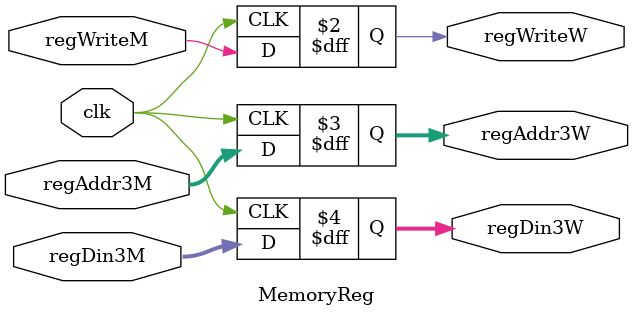
<source format=sv>
module MemoryReg #(
    parameter DATA_WIDTH=32,ROM_WIDTH=12, RF_WIDTH=5
)(
    input logic clk,
    input logic regWriteM,
    input logic [RF_WIDTH-1:0] regAddr3M,
    input logic [DATA_WIDTH-1:0] regDin3M,
    output logic regWriteW,
    output logic [RF_WIDTH-1:0] regAddr3W,
    output logic [DATA_WIDTH-1:0] regDin3W);

always_ff @(posedge clk) begin
    regWriteW<=regWriteM;
    regAddr3W<=regAddr3M;
    regDin3W<=regDin3M;
end
endmodule

</source>
